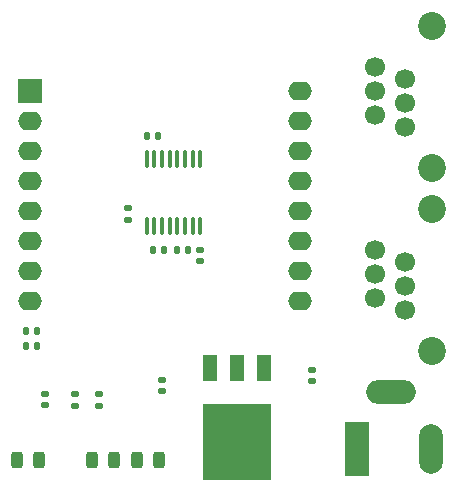
<source format=gts>
%TF.GenerationSoftware,KiCad,Pcbnew,6.0.6-3a73a75311~116~ubuntu21.10.1*%
%TF.CreationDate,2022-12-30T19:01:55+10:00*%
%TF.ProjectId,SkyEcho2FlarmHat,536b7945-6368-46f3-9246-6c61726d4861,rev?*%
%TF.SameCoordinates,Original*%
%TF.FileFunction,Soldermask,Top*%
%TF.FilePolarity,Negative*%
%FSLAX46Y46*%
G04 Gerber Fmt 4.6, Leading zero omitted, Abs format (unit mm)*
G04 Created by KiCad (PCBNEW 6.0.6-3a73a75311~116~ubuntu21.10.1) date 2022-12-30 19:01:55*
%MOMM*%
%LPD*%
G01*
G04 APERTURE LIST*
G04 Aperture macros list*
%AMRoundRect*
0 Rectangle with rounded corners*
0 $1 Rounding radius*
0 $2 $3 $4 $5 $6 $7 $8 $9 X,Y pos of 4 corners*
0 Add a 4 corners polygon primitive as box body*
4,1,4,$2,$3,$4,$5,$6,$7,$8,$9,$2,$3,0*
0 Add four circle primitives for the rounded corners*
1,1,$1+$1,$2,$3*
1,1,$1+$1,$4,$5*
1,1,$1+$1,$6,$7*
1,1,$1+$1,$8,$9*
0 Add four rect primitives between the rounded corners*
20,1,$1+$1,$2,$3,$4,$5,0*
20,1,$1+$1,$4,$5,$6,$7,0*
20,1,$1+$1,$6,$7,$8,$9,0*
20,1,$1+$1,$8,$9,$2,$3,0*%
G04 Aperture macros list end*
%ADD10R,2.000000X4.600000*%
%ADD11O,2.000000X4.200000*%
%ADD12O,4.200000X2.000000*%
%ADD13RoundRect,0.140000X-0.170000X0.140000X-0.170000X-0.140000X0.170000X-0.140000X0.170000X0.140000X0*%
%ADD14C,1.700000*%
%ADD15C,2.360000*%
%ADD16RoundRect,0.140000X-0.140000X-0.170000X0.140000X-0.170000X0.140000X0.170000X-0.140000X0.170000X0*%
%ADD17RoundRect,0.135000X0.185000X-0.135000X0.185000X0.135000X-0.185000X0.135000X-0.185000X-0.135000X0*%
%ADD18RoundRect,0.140000X0.170000X-0.140000X0.170000X0.140000X-0.170000X0.140000X-0.170000X-0.140000X0*%
%ADD19RoundRect,0.100000X0.100000X-0.637500X0.100000X0.637500X-0.100000X0.637500X-0.100000X-0.637500X0*%
%ADD20R,2.000000X2.000000*%
%ADD21O,2.000000X1.600000*%
%ADD22RoundRect,0.243750X-0.243750X-0.456250X0.243750X-0.456250X0.243750X0.456250X-0.243750X0.456250X0*%
%ADD23R,1.200000X2.200000*%
%ADD24R,5.800000X6.400000*%
G04 APERTURE END LIST*
D10*
%TO.C,J1*%
X103124000Y-67148000D03*
D11*
X109424000Y-67148000D03*
D12*
X106024000Y-62348000D03*
%TD*%
D13*
%TO.C,C5*%
X86614000Y-61291000D03*
X86614000Y-62251000D03*
%TD*%
%TO.C,C4*%
X99314000Y-60452000D03*
X99314000Y-61412000D03*
%TD*%
D14*
%TO.C,J3*%
X107202000Y-55392000D03*
X104662000Y-54372000D03*
X107202000Y-53352000D03*
X104662000Y-52332000D03*
X107202000Y-51312000D03*
X104662000Y-50292000D03*
D15*
X109492000Y-46842000D03*
X109492000Y-58842000D03*
%TD*%
%TO.C,J2*%
X109492000Y-43348000D03*
X109492000Y-31348000D03*
D14*
X104662000Y-34798000D03*
X107202000Y-35818000D03*
X104662000Y-36838000D03*
X107202000Y-37858000D03*
X104662000Y-38878000D03*
X107202000Y-39898000D03*
%TD*%
D16*
%TO.C,C3*%
X87912000Y-50292000D03*
X88872000Y-50292000D03*
%TD*%
D17*
%TO.C,R2*%
X81280000Y-63502000D03*
X81280000Y-62482000D03*
%TD*%
D18*
%TO.C,C6*%
X76708000Y-63444000D03*
X76708000Y-62484000D03*
%TD*%
D19*
%TO.C,U2*%
X85327000Y-48328500D03*
X85977000Y-48328500D03*
X86627000Y-48328500D03*
X87277000Y-48328500D03*
X87927000Y-48328500D03*
X88577000Y-48328500D03*
X89227000Y-48328500D03*
X89877000Y-48328500D03*
X89877000Y-42603500D03*
X89227000Y-42603500D03*
X88577000Y-42603500D03*
X87927000Y-42603500D03*
X87277000Y-42603500D03*
X86627000Y-42603500D03*
X85977000Y-42603500D03*
X85327000Y-42603500D03*
%TD*%
D16*
%TO.C,C2*%
X85852000Y-50292000D03*
X86812000Y-50292000D03*
%TD*%
D18*
%TO.C,C8*%
X89888000Y-51252000D03*
X89888000Y-50292000D03*
%TD*%
D20*
%TO.C,U3*%
X75415000Y-36830000D03*
D21*
X75415000Y-39370000D03*
X75415000Y-41910000D03*
X75415000Y-44450000D03*
X75415000Y-46990000D03*
X75415000Y-49530000D03*
X75415000Y-52070000D03*
X75415000Y-54610000D03*
X98275000Y-54610000D03*
X98275000Y-52070000D03*
X98275000Y-49530000D03*
X98275000Y-46990000D03*
X98275000Y-44450000D03*
X98275000Y-41910000D03*
X98275000Y-39370000D03*
X98275000Y-36830000D03*
%TD*%
D16*
%TO.C,C9*%
X75085000Y-58420000D03*
X76045000Y-58420000D03*
%TD*%
D22*
%TO.C,D3*%
X84485000Y-68072000D03*
X86360000Y-68072000D03*
%TD*%
D16*
%TO.C,C1*%
X85372000Y-40640000D03*
X86332000Y-40640000D03*
%TD*%
D22*
%TO.C,D2*%
X80675000Y-68072000D03*
X82550000Y-68072000D03*
%TD*%
%TO.C,D1*%
X74325000Y-68072000D03*
X76200000Y-68072000D03*
%TD*%
D13*
%TO.C,C7*%
X83792000Y-46792000D03*
X83792000Y-47752000D03*
%TD*%
D17*
%TO.C,R1*%
X79248000Y-63502000D03*
X79248000Y-62482000D03*
%TD*%
D16*
%TO.C,C10*%
X75085000Y-57150000D03*
X76045000Y-57150000D03*
%TD*%
D23*
%TO.C,U1*%
X95244000Y-60316000D03*
X92964000Y-60316000D03*
X90684000Y-60316000D03*
D24*
X92964000Y-66616000D03*
%TD*%
M02*

</source>
